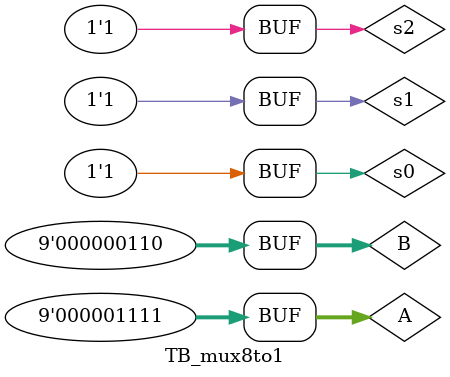
<source format=v>
module TB_mux8to1();
parameter M=9;
reg [M-1:0] A,B;
reg s0,s1,s2;

wire [M-1:0]Y;

mux8to1 #(.N(M)) Main ( .a(A), .b(B),
			.i1(s2), .i2(s1), .i3(s0),
			.y(Y) );

initial
begin
A=5'b1111; B = 5'b110;
     s2 = 0; s1 =0 ; s0 = 0; //000

#10  s2 =0 ; s1 =0 ; s0 =1 ; //001
#10  s2 = 0; s1 = 1; s0 =0 ; //010
#10  s2 =0 ; s1 = 1; s0 =1 ; //011
#10  s2 =1 ; s1 = 0; s0 =0 ; //100
#10  s2 =1 ; s1 = 0; s0 =1 ; //101
#10  s2 =1 ; s1 = 1; s0 =0 ; //110
#10  s2 =1 ; s1 = 1; s0 =1 ; //111


end
endmodule
</source>
